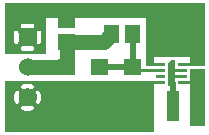
<source format=gbr>
G04 start of page 2 for group 0 idx 0 *
G04 Title: (unknown), component *
G04 Creator: pcb 20110918 *
G04 CreationDate: Sun 25 Aug 2013 03:12:51 AM GMT UTC *
G04 For: railfan *
G04 Format: Gerber/RS-274X *
G04 PCB-Dimensions: 70000 45000 *
G04 PCB-Coordinate-Origin: lower left *
%MOIN*%
%FSLAX25Y25*%
%LNTOP*%
%ADD22C,0.0380*%
%ADD21C,0.0400*%
%ADD20R,0.0512X0.0512*%
%ADD19R,0.0142X0.0142*%
%ADD18R,0.0240X0.0240*%
%ADD17R,0.0098X0.0098*%
%ADD16C,0.0600*%
%ADD15C,0.0090*%
%ADD14C,0.0500*%
%ADD13C,0.0100*%
%ADD12C,0.0200*%
%ADD11C,0.0001*%
G54D11*G36*
X13500Y44000D02*X68500D01*
Y39000D01*
X13500D01*
Y44000D01*
G37*
G36*
X13750D02*X16000D01*
Y27000D01*
X13750D01*
Y30248D01*
X13868Y30257D01*
X13982Y30285D01*
X14092Y30330D01*
X14192Y30391D01*
X14282Y30468D01*
X14359Y30558D01*
X14420Y30658D01*
X14465Y30768D01*
X14493Y30882D01*
X14500Y31000D01*
Y34000D01*
X14493Y34118D01*
X14465Y34232D01*
X14420Y34342D01*
X14359Y34442D01*
X14282Y34532D01*
X14192Y34609D01*
X14092Y34670D01*
X13982Y34715D01*
X13868Y34743D01*
X13750Y34752D01*
Y44000D01*
G37*
G36*
X10000D02*X13750D01*
Y34752D01*
X13632Y34743D01*
X13518Y34715D01*
X13408Y34670D01*
X13308Y34609D01*
X13218Y34532D01*
X13141Y34442D01*
X13080Y34342D01*
X13035Y34232D01*
X13007Y34118D01*
X13000Y34000D01*
Y31000D01*
X13007Y30882D01*
X13035Y30768D01*
X13080Y30658D01*
X13141Y30558D01*
X13218Y30468D01*
X13308Y30391D01*
X13408Y30330D01*
X13518Y30285D01*
X13632Y30257D01*
X13750Y30248D01*
Y27000D01*
X10108D01*
X10000Y27005D01*
Y28000D01*
X11500D01*
X11618Y28007D01*
X11732Y28035D01*
X11842Y28080D01*
X11942Y28141D01*
X12032Y28218D01*
X12109Y28308D01*
X12170Y28408D01*
X12215Y28518D01*
X12243Y28632D01*
X12252Y28750D01*
X12243Y28868D01*
X12215Y28982D01*
X12170Y29092D01*
X12109Y29192D01*
X12032Y29282D01*
X11942Y29359D01*
X11842Y29420D01*
X11732Y29465D01*
X11618Y29493D01*
X11500Y29500D01*
X10000D01*
Y35500D01*
X11500D01*
X11618Y35507D01*
X11732Y35535D01*
X11842Y35580D01*
X11942Y35641D01*
X12032Y35718D01*
X12109Y35808D01*
X12170Y35908D01*
X12215Y36018D01*
X12243Y36132D01*
X12252Y36250D01*
X12243Y36368D01*
X12215Y36482D01*
X12170Y36592D01*
X12109Y36692D01*
X12032Y36782D01*
X11942Y36859D01*
X11842Y36920D01*
X11732Y36965D01*
X11618Y36993D01*
X11500Y37000D01*
X10000D01*
Y44000D01*
G37*
G36*
X6250D02*X10000D01*
Y37000D01*
X8500D01*
X8382Y36993D01*
X8268Y36965D01*
X8158Y36920D01*
X8058Y36859D01*
X7968Y36782D01*
X7891Y36692D01*
X7830Y36592D01*
X7785Y36482D01*
X7757Y36368D01*
X7748Y36250D01*
X7757Y36132D01*
X7785Y36018D01*
X7830Y35908D01*
X7891Y35808D01*
X7968Y35718D01*
X8058Y35641D01*
X8158Y35580D01*
X8268Y35535D01*
X8382Y35507D01*
X8500Y35500D01*
X10000D01*
Y29500D01*
X8500D01*
X8382Y29493D01*
X8268Y29465D01*
X8158Y29420D01*
X8058Y29359D01*
X7968Y29282D01*
X7891Y29192D01*
X7830Y29092D01*
X7785Y28982D01*
X7757Y28868D01*
X7748Y28750D01*
X7757Y28632D01*
X7785Y28518D01*
X7830Y28408D01*
X7891Y28308D01*
X7968Y28218D01*
X8058Y28141D01*
X8158Y28080D01*
X8268Y28035D01*
X8382Y28007D01*
X8500Y28000D01*
X10000D01*
Y27005D01*
X10000D01*
X9892Y27000D01*
X6250D01*
Y30248D01*
X6368Y30257D01*
X6482Y30285D01*
X6592Y30330D01*
X6692Y30391D01*
X6782Y30468D01*
X6859Y30558D01*
X6920Y30658D01*
X6965Y30768D01*
X6993Y30882D01*
X7000Y31000D01*
Y34000D01*
X6993Y34118D01*
X6965Y34232D01*
X6920Y34342D01*
X6859Y34442D01*
X6782Y34532D01*
X6692Y34609D01*
X6592Y34670D01*
X6482Y34715D01*
X6368Y34743D01*
X6250Y34752D01*
Y44000D01*
G37*
G36*
X2500Y27000D02*Y44000D01*
X6250D01*
Y34752D01*
X6132Y34743D01*
X6018Y34715D01*
X5908Y34670D01*
X5808Y34609D01*
X5718Y34532D01*
X5641Y34442D01*
X5580Y34342D01*
X5535Y34232D01*
X5507Y34118D01*
X5500Y34000D01*
Y31000D01*
X5507Y30882D01*
X5535Y30768D01*
X5580Y30658D01*
X5641Y30558D01*
X5718Y30468D01*
X5808Y30391D01*
X5908Y30330D01*
X6018Y30285D01*
X6132Y30257D01*
X6250Y30248D01*
Y27000D01*
X2500D01*
G37*
G36*
X69000Y26000D02*X49500D01*
Y44000D01*
X69000D01*
Y26000D01*
G37*
G36*
X49500Y27500D02*X52000D01*
Y22900D01*
X49500D01*
Y27500D01*
G37*
G36*
X64000Y27000D02*X69000D01*
Y22900D01*
X64000D01*
Y27000D01*
G37*
G36*
Y22000D02*X69000D01*
Y3000D01*
X64000D01*
Y22000D01*
G37*
G36*
X56500Y4500D02*Y14500D01*
X60500D01*
Y4500D01*
X56500D01*
G37*
G36*
X57500Y17500D02*X59500D01*
Y13500D01*
X57500D01*
Y17500D01*
G37*
G36*
X13613Y18000D02*X51980D01*
X51989Y16863D01*
X52000Y16818D01*
Y1000D01*
X13613D01*
Y10353D01*
X13656Y10360D01*
X13768Y10397D01*
X13873Y10452D01*
X13968Y10522D01*
X14051Y10606D01*
X14119Y10702D01*
X14170Y10808D01*
X14318Y11216D01*
X14422Y11637D01*
X14484Y12067D01*
X14505Y12500D01*
X14484Y12933D01*
X14422Y13363D01*
X14318Y13784D01*
X14175Y14194D01*
X14122Y14300D01*
X14053Y14396D01*
X13970Y14481D01*
X13875Y14551D01*
X13769Y14606D01*
X13657Y14643D01*
X13613Y14651D01*
Y18000D01*
G37*
G36*
X10002Y17995D02*X10108Y18000D01*
X13613D01*
Y14651D01*
X13540Y14663D01*
X13421Y14664D01*
X13304Y14646D01*
X13191Y14610D01*
X13085Y14557D01*
X12988Y14488D01*
X12904Y14405D01*
X12833Y14309D01*
X12779Y14204D01*
X12741Y14092D01*
X12722Y13975D01*
X12721Y13856D01*
X12739Y13739D01*
X12777Y13626D01*
X12876Y13355D01*
X12944Y13075D01*
X12986Y12789D01*
X13000Y12500D01*
X12986Y12211D01*
X12944Y11925D01*
X12876Y11645D01*
X12780Y11372D01*
X12742Y11261D01*
X12725Y11144D01*
X12725Y11026D01*
X12745Y10909D01*
X12782Y10797D01*
X12836Y10693D01*
X12906Y10598D01*
X12991Y10515D01*
X13087Y10446D01*
X13192Y10393D01*
X13305Y10357D01*
X13421Y10340D01*
X13539Y10341D01*
X13613Y10353D01*
Y1000D01*
X10002D01*
Y7995D01*
X10433Y8016D01*
X10863Y8078D01*
X11284Y8182D01*
X11694Y8325D01*
X11800Y8378D01*
X11896Y8447D01*
X11981Y8530D01*
X12051Y8625D01*
X12106Y8731D01*
X12143Y8843D01*
X12163Y8960D01*
X12164Y9079D01*
X12146Y9196D01*
X12110Y9309D01*
X12057Y9415D01*
X11988Y9512D01*
X11905Y9596D01*
X11809Y9667D01*
X11704Y9721D01*
X11592Y9759D01*
X11475Y9778D01*
X11356Y9779D01*
X11239Y9761D01*
X11126Y9723D01*
X10855Y9624D01*
X10575Y9556D01*
X10289Y9514D01*
X10002Y9500D01*
Y15500D01*
X10289Y15486D01*
X10575Y15444D01*
X10855Y15376D01*
X11128Y15280D01*
X11239Y15242D01*
X11356Y15225D01*
X11474Y15225D01*
X11591Y15245D01*
X11703Y15282D01*
X11807Y15336D01*
X11902Y15406D01*
X11985Y15491D01*
X12054Y15587D01*
X12107Y15692D01*
X12143Y15805D01*
X12160Y15921D01*
X12159Y16039D01*
X12140Y16156D01*
X12103Y16268D01*
X12048Y16373D01*
X11978Y16468D01*
X11894Y16551D01*
X11798Y16619D01*
X11692Y16670D01*
X11284Y16818D01*
X10863Y16922D01*
X10433Y16984D01*
X10002Y17005D01*
Y17995D01*
G37*
G36*
X6387Y18000D02*X9892D01*
X10000Y17995D01*
X10002Y17995D01*
Y17005D01*
X10000Y17005D01*
X9567Y16984D01*
X9137Y16922D01*
X8716Y16818D01*
X8306Y16675D01*
X8200Y16622D01*
X8104Y16553D01*
X8019Y16470D01*
X7949Y16375D01*
X7894Y16269D01*
X7857Y16157D01*
X7837Y16040D01*
X7836Y15921D01*
X7854Y15804D01*
X7890Y15691D01*
X7943Y15585D01*
X8012Y15488D01*
X8095Y15404D01*
X8191Y15333D01*
X8296Y15279D01*
X8408Y15241D01*
X8525Y15222D01*
X8644Y15221D01*
X8761Y15239D01*
X8874Y15277D01*
X9145Y15376D01*
X9425Y15444D01*
X9711Y15486D01*
X10000Y15500D01*
X10002Y15500D01*
Y9500D01*
X10000Y9500D01*
X9711Y9514D01*
X9425Y9556D01*
X9145Y9624D01*
X8872Y9720D01*
X8761Y9758D01*
X8644Y9775D01*
X8526Y9775D01*
X8409Y9755D01*
X8297Y9718D01*
X8193Y9664D01*
X8098Y9594D01*
X8015Y9509D01*
X7946Y9413D01*
X7893Y9308D01*
X7857Y9195D01*
X7840Y9079D01*
X7841Y8961D01*
X7860Y8844D01*
X7897Y8732D01*
X7952Y8627D01*
X8022Y8532D01*
X8106Y8449D01*
X8202Y8381D01*
X8308Y8330D01*
X8716Y8182D01*
X9137Y8078D01*
X9567Y8016D01*
X10000Y7995D01*
X10002Y7995D01*
Y1000D01*
X6387D01*
Y10349D01*
X6460Y10337D01*
X6579Y10336D01*
X6696Y10354D01*
X6809Y10390D01*
X6915Y10443D01*
X7012Y10512D01*
X7096Y10595D01*
X7167Y10691D01*
X7221Y10796D01*
X7259Y10908D01*
X7278Y11025D01*
X7279Y11144D01*
X7261Y11261D01*
X7223Y11374D01*
X7124Y11645D01*
X7056Y11925D01*
X7014Y12211D01*
X7000Y12500D01*
X7014Y12789D01*
X7056Y13075D01*
X7124Y13355D01*
X7220Y13628D01*
X7258Y13739D01*
X7275Y13856D01*
X7275Y13974D01*
X7255Y14091D01*
X7218Y14203D01*
X7164Y14307D01*
X7094Y14402D01*
X7009Y14485D01*
X6913Y14554D01*
X6808Y14607D01*
X6695Y14643D01*
X6579Y14660D01*
X6461Y14659D01*
X6387Y14647D01*
Y18000D01*
G37*
G36*
X2500D02*X6387D01*
Y14647D01*
X6344Y14640D01*
X6232Y14603D01*
X6127Y14548D01*
X6032Y14478D01*
X5949Y14394D01*
X5881Y14298D01*
X5830Y14192D01*
X5682Y13784D01*
X5578Y13363D01*
X5516Y12933D01*
X5495Y12500D01*
X5516Y12067D01*
X5578Y11637D01*
X5682Y11216D01*
X5825Y10806D01*
X5878Y10700D01*
X5947Y10604D01*
X6030Y10519D01*
X6125Y10449D01*
X6231Y10394D01*
X6343Y10357D01*
X6387Y10349D01*
Y1000D01*
X2500D01*
Y18000D01*
G37*
G54D12*X45000Y33457D02*X45043Y33500D01*
X45000Y22586D02*Y33457D01*
Y22500D02*X34000D01*
G54D13*X45086Y24000D02*X45000Y24086D01*
G54D14*X35414Y30957D02*X37957Y33500D01*
X23000Y30957D02*X35414D01*
X23000Y22586D02*Y30957D01*
X10000Y22500D02*X22500D01*
G54D15*X54358Y17512D02*X50000D01*
X61642Y23418D02*X67000D01*
X61642Y21449D02*X58000D01*
X61642Y19481D02*X58000D01*
X61642Y17512D02*X65500D01*
X54358Y23418D02*X50500D01*
X54358Y21449D02*X45000D01*
G54D11*G36*
X7000Y35500D02*Y29500D01*
X13000D01*
Y35500D01*
X7000D01*
G37*
G54D16*X10000Y22500D03*
Y12500D03*
G54D17*X53472Y23418D02*X55244D01*
X53472Y21449D02*X55244D01*
X53472Y19481D02*X55244D01*
X53472Y17512D02*X55244D01*
X60756D02*X62528D01*
X60756Y19481D02*X62528D01*
X60756Y21449D02*X62528D01*
X60756Y23418D02*X62528D01*
G54D18*X58000Y22611D02*Y17335D01*
G54D19*X58492Y24087D02*Y16843D01*
G54D11*G36*
X57783Y24795D02*X58867Y23711D01*
X57883Y22727D01*
X56799Y23811D01*
X57783Y24795D01*
G37*
G54D20*X22607Y38043D02*X23393D01*
X22607Y30957D02*X23393D01*
X37957Y33893D02*Y33107D01*
X45043Y33893D02*Y33107D01*
X33607Y15500D02*X34393D01*
X44607D02*X45393D01*
X44607Y22586D02*X45393D01*
X33607D02*X34393D01*
X22607Y15500D02*X23393D01*
X22607Y22586D02*X23393D01*
G54D21*X66500Y6000D03*
Y10500D03*
Y15000D03*
Y19500D03*
X58500Y7500D03*
Y12000D03*
G54D12*G54D22*M02*

</source>
